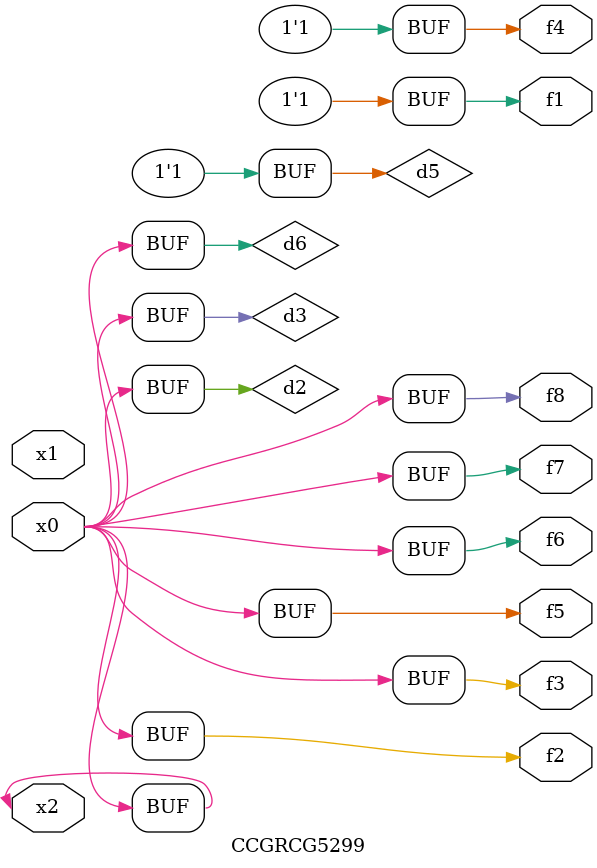
<source format=v>
module CCGRCG5299(
	input x0, x1, x2,
	output f1, f2, f3, f4, f5, f6, f7, f8
);

	wire d1, d2, d3, d4, d5, d6;

	xnor (d1, x2);
	buf (d2, x0, x2);
	and (d3, x0);
	xnor (d4, x1, x2);
	nand (d5, d1, d3);
	buf (d6, d2, d3);
	assign f1 = d5;
	assign f2 = d6;
	assign f3 = d6;
	assign f4 = d5;
	assign f5 = d6;
	assign f6 = d6;
	assign f7 = d6;
	assign f8 = d6;
endmodule

</source>
